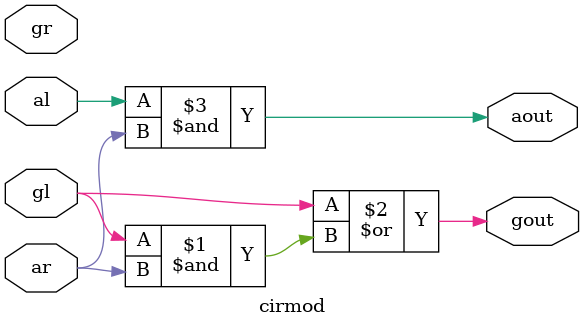
<source format=v>
module cirmod(gl, al, gr, ar, gout, aout);

input gl, al, gr, ar;
output gout, aout;

assign gout = gl | gl & ar;
assign aout = al & ar;

endmodule

</source>
